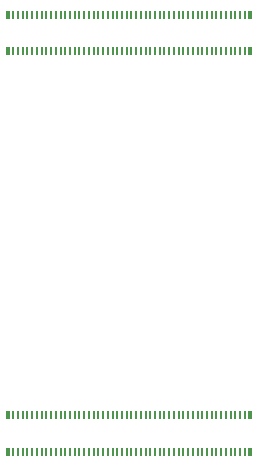
<source format=gbp>
G04*
G04 #@! TF.GenerationSoftware,Altium Limited,Altium Designer,21.6.4 (81)*
G04*
G04 Layer_Color=128*
%FSLAX44Y44*%
%MOMM*%
G71*
G04*
G04 #@! TF.SameCoordinates,2686D9AD-387F-486B-B8E0-4D59B8EDC849*
G04*
G04*
G04 #@! TF.FilePolarity,Positive*
G04*
G01*
G75*
%ADD12R,0.2000X0.7000*%
%ADD19R,0.3000X0.7000*%
G54D12*
X152000Y15750D02*
D03*
Y46550D02*
D03*
X156000Y15750D02*
D03*
Y46550D02*
D03*
X160000Y15750D02*
D03*
Y46550D02*
D03*
X164000Y15750D02*
D03*
Y46550D02*
D03*
X168000Y15750D02*
D03*
Y46550D02*
D03*
X172000Y15750D02*
D03*
Y46550D02*
D03*
X176000Y15750D02*
D03*
Y46550D02*
D03*
X180000Y15750D02*
D03*
Y46550D02*
D03*
X184000Y15750D02*
D03*
Y46550D02*
D03*
X188000Y15750D02*
D03*
Y46550D02*
D03*
X192000Y15750D02*
D03*
Y46550D02*
D03*
X196000Y15750D02*
D03*
Y46550D02*
D03*
X200000Y15750D02*
D03*
Y46550D02*
D03*
X204000Y15750D02*
D03*
Y46550D02*
D03*
X208000Y15750D02*
D03*
Y46550D02*
D03*
X212000Y15750D02*
D03*
Y46550D02*
D03*
X216000Y15750D02*
D03*
Y46550D02*
D03*
X220000Y15750D02*
D03*
Y46550D02*
D03*
X224000Y15750D02*
D03*
Y46550D02*
D03*
X228000Y15750D02*
D03*
Y46550D02*
D03*
X232000Y15750D02*
D03*
Y46550D02*
D03*
X236000Y15750D02*
D03*
Y46550D02*
D03*
X240000Y15750D02*
D03*
Y46550D02*
D03*
X244000Y15750D02*
D03*
Y46550D02*
D03*
X248000Y15750D02*
D03*
Y46550D02*
D03*
X252000Y15750D02*
D03*
Y46550D02*
D03*
X256000Y15750D02*
D03*
Y46550D02*
D03*
X260000Y15750D02*
D03*
Y46550D02*
D03*
X264000Y15750D02*
D03*
Y46550D02*
D03*
X268000Y15750D02*
D03*
Y46550D02*
D03*
X272000Y15750D02*
D03*
Y46550D02*
D03*
X276000Y15750D02*
D03*
Y46550D02*
D03*
X280000Y15750D02*
D03*
Y46550D02*
D03*
X284000Y15750D02*
D03*
Y46550D02*
D03*
X288000Y15750D02*
D03*
Y46550D02*
D03*
X292000Y15750D02*
D03*
Y46550D02*
D03*
X296000Y15750D02*
D03*
Y46550D02*
D03*
X300000Y15750D02*
D03*
Y46550D02*
D03*
X304000Y15750D02*
D03*
Y46550D02*
D03*
X308000Y15750D02*
D03*
Y46550D02*
D03*
X312000Y15750D02*
D03*
Y46550D02*
D03*
X316000Y15750D02*
D03*
Y46550D02*
D03*
X320000Y15750D02*
D03*
Y46550D02*
D03*
X324000Y15750D02*
D03*
Y46550D02*
D03*
X328000Y15750D02*
D03*
Y46550D02*
D03*
X332000Y15750D02*
D03*
Y46550D02*
D03*
X336000Y15750D02*
D03*
Y46550D02*
D03*
X340000Y15750D02*
D03*
Y46550D02*
D03*
X344000Y15750D02*
D03*
Y46550D02*
D03*
X348000Y15750D02*
D03*
Y46550D02*
D03*
X152000Y354950D02*
D03*
Y385750D02*
D03*
X156000Y354950D02*
D03*
Y385750D02*
D03*
X160000Y354950D02*
D03*
Y385750D02*
D03*
X164000Y354950D02*
D03*
Y385750D02*
D03*
X168000Y354950D02*
D03*
Y385750D02*
D03*
X172000Y354950D02*
D03*
Y385750D02*
D03*
X176000Y354950D02*
D03*
Y385750D02*
D03*
X180000Y354950D02*
D03*
Y385750D02*
D03*
X184000Y354950D02*
D03*
Y385750D02*
D03*
X188000Y354950D02*
D03*
Y385750D02*
D03*
X192000Y354950D02*
D03*
Y385750D02*
D03*
X196000Y354950D02*
D03*
Y385750D02*
D03*
X200000Y354950D02*
D03*
Y385750D02*
D03*
X204000Y354950D02*
D03*
Y385750D02*
D03*
X208000Y354950D02*
D03*
Y385750D02*
D03*
X212000Y354950D02*
D03*
Y385750D02*
D03*
X216000Y354950D02*
D03*
Y385750D02*
D03*
X220000Y354950D02*
D03*
Y385750D02*
D03*
X224000Y354950D02*
D03*
Y385750D02*
D03*
X228000Y354950D02*
D03*
Y385750D02*
D03*
X232000Y354950D02*
D03*
Y385750D02*
D03*
X236000Y354950D02*
D03*
Y385750D02*
D03*
X240000Y354950D02*
D03*
Y385750D02*
D03*
X244000Y354950D02*
D03*
Y385750D02*
D03*
X248000Y354950D02*
D03*
Y385750D02*
D03*
X252000Y354950D02*
D03*
Y385750D02*
D03*
X256000Y354950D02*
D03*
Y385750D02*
D03*
X260000Y354950D02*
D03*
Y385750D02*
D03*
X264000Y354950D02*
D03*
Y385750D02*
D03*
X268000Y354950D02*
D03*
Y385750D02*
D03*
X272000Y354950D02*
D03*
Y385750D02*
D03*
X276000Y354950D02*
D03*
Y385750D02*
D03*
X280000Y354950D02*
D03*
Y385750D02*
D03*
X284000Y354950D02*
D03*
Y385750D02*
D03*
X288000Y354950D02*
D03*
Y385750D02*
D03*
X292000Y354950D02*
D03*
Y385750D02*
D03*
X296000Y354950D02*
D03*
Y385750D02*
D03*
X300000Y354950D02*
D03*
Y385750D02*
D03*
X304000Y354950D02*
D03*
Y385750D02*
D03*
X308000Y354950D02*
D03*
Y385750D02*
D03*
X312000Y354950D02*
D03*
Y385750D02*
D03*
X316000Y354950D02*
D03*
Y385750D02*
D03*
X320000Y354950D02*
D03*
Y385750D02*
D03*
X324000Y354950D02*
D03*
Y385750D02*
D03*
X328000Y354950D02*
D03*
Y385750D02*
D03*
X332000Y354950D02*
D03*
Y385750D02*
D03*
X336000Y354950D02*
D03*
Y385750D02*
D03*
X340000Y354950D02*
D03*
Y385750D02*
D03*
X344000Y354950D02*
D03*
Y385750D02*
D03*
X348000Y354950D02*
D03*
Y385750D02*
D03*
G54D19*
X147447Y354950D02*
D03*
Y385750D02*
D03*
X352552D02*
D03*
Y354950D02*
D03*
Y15748D02*
D03*
Y46550D02*
D03*
X147447D02*
D03*
Y15750D02*
D03*
M02*

</source>
